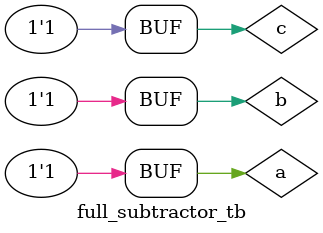
<source format=v>
module full_subtractor_tb;
reg a,b,c;
wire dif,bor;
fs_by_hs uut(a,b,c,dif,bor);
initial begin
a=0;b=0;c=0;#30
a=0;b=0;c=1;#30
a=0;b=1;c=0;#30
a=0;b=1;c=1;#30
a=1;b=0;c=0;#30
a=1;b=0;c=1;#30
a=1;b=1;c=0;#30
a=1;b=1;c=1;
end
endmodule
</source>
